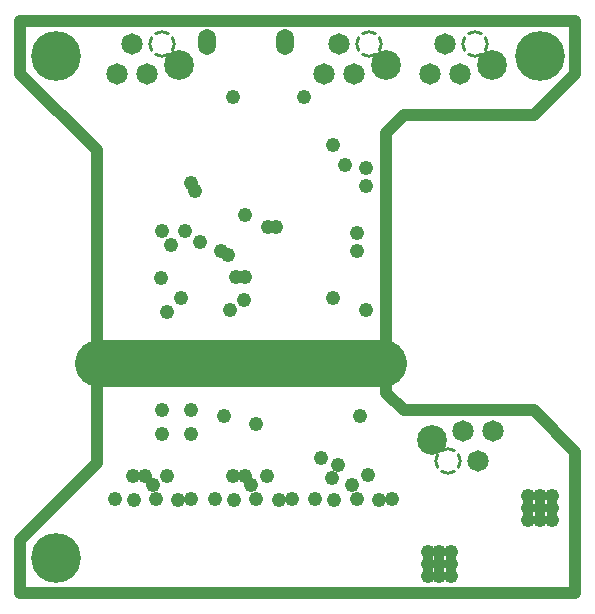
<source format=gbr>
%TF.GenerationSoftware,Altium Limited,Altium Designer,22.9.1 (49)*%
G04 Layer_Physical_Order=3*
G04 Layer_Color=128*
%FSLAX45Y45*%
%MOMM*%
%TF.SameCoordinates,1FC91EB1-9634-4345-979C-C496A52DE46E*%
%TF.FilePolarity,Negative*%
%TF.FileFunction,Copper,L3,Inr,Plane*%
%TF.Part,Single*%
G01*
G75*
%TA.AperFunction,NonConductor*%
%ADD40C,4.00000*%
%ADD41C,1.01600*%
%TA.AperFunction,ComponentPad*%
G04:AMPARAMS|DCode=42|XSize=2.324mm|YSize=2.324mm|CornerRadius=0mm|HoleSize=0mm|Usage=FLASHONLY|Rotation=0.000|XOffset=0mm|YOffset=0mm|HoleType=Round|Shape=Relief|Width=0.254mm|Gap=0.254mm|Entries=4|*
%AMTHD42*
7,0,0,2.32400,1.81600,0.25400,45*
%
%ADD42THD42*%
%ADD43C,1.81600*%
%ADD44C,2.51600*%
%ADD45O,1.51600X2.21600*%
%TA.AperFunction,ViaPad*%
%ADD46C,4.21600*%
%ADD47C,1.21600*%
D40*
X1460000Y2650000D02*
X3870000Y2650000D01*
D41*
X1450000Y1800000D02*
X1450000Y4450000D01*
X800000Y1150000D02*
X1450000Y1800000D01*
X800000Y700000D02*
X800000Y1150000D01*
X800000Y700000D02*
X5500000Y700000D01*
X5500000Y1900000D01*
X4050000Y2250000D02*
X5150000Y2250000D01*
X3900000Y2400000D02*
X4050000Y2250000D01*
X3900000Y2400000D02*
X3900000Y4600000D01*
X4050000Y4750000D01*
X5150000Y4750000D01*
X5150000Y2250000D02*
X5500000Y1900000D01*
X5150000Y4750000D02*
X5500000Y5100000D01*
X5500000Y5550000D01*
X800000Y5550000D02*
X5500000Y5550000D01*
X800000Y5100000D02*
X800000Y5550000D01*
X800000Y5100000D02*
X1450000Y4450000D01*
D42*
X4423000Y1821000D02*
D03*
X2004000Y5350000D02*
D03*
X3754000Y5350000D02*
D03*
X4654000Y5350000D02*
D03*
D43*
X4550000Y2075000D02*
D03*
X4677000Y1821000D02*
D03*
X4804000Y2075000D02*
D03*
X1877000Y5096000D02*
D03*
X1750000Y5350000D02*
D03*
X1623000Y5096000D02*
D03*
X3627000Y5096000D02*
D03*
X3500000Y5350000D02*
D03*
X3373000Y5096000D02*
D03*
X4527000Y5096000D02*
D03*
X4400000Y5350000D02*
D03*
X4273000Y5096000D02*
D03*
D44*
X4283000Y2001000D02*
D03*
X2144000Y5170000D02*
D03*
X3894000Y5170000D02*
D03*
X4794000Y5170000D02*
D03*
D45*
X2379370Y5367360D02*
D03*
X3039370Y5367360D02*
D03*
D46*
X1100000Y5250000D02*
D03*
X1100000Y1000000D02*
D03*
X5200000Y5250000D02*
D03*
D47*
X3655200Y3750000D02*
D03*
X2577470Y3100000D02*
D03*
X3727470Y3100000D02*
D03*
X5100000Y1325000D02*
D03*
X5100000Y1525000D02*
D03*
X5300000Y1325000D02*
D03*
X5300000Y1525000D02*
D03*
X5200000Y1425000D02*
D03*
X5100000Y1425000D02*
D03*
X5300000Y1425000D02*
D03*
X5200000Y1525000D02*
D03*
X5200000Y1325000D02*
D03*
X2700000Y3900000D02*
D03*
X2965000Y3800000D02*
D03*
X3610000Y1617500D02*
D03*
X2450000Y1500000D02*
D03*
X3300000Y1500000D02*
D03*
X4350000Y850000D02*
D03*
X4250000Y850000D02*
D03*
X4250000Y950000D02*
D03*
X4350000Y950000D02*
D03*
X4450000Y850000D02*
D03*
X4450000Y950000D02*
D03*
X4250000Y1050000D02*
D03*
X4450000Y1050000D02*
D03*
X4350000Y1050000D02*
D03*
X1760000Y1490000D02*
D03*
X2610000Y1490000D02*
D03*
X3460000Y1490000D02*
D03*
X1600000Y1500000D02*
D03*
X1950000Y1500000D02*
D03*
X2250000Y1500000D02*
D03*
X2800000Y1500000D02*
D03*
X3100000Y1500000D02*
D03*
X3650000Y1500000D02*
D03*
X3950000Y1500000D02*
D03*
X3840000Y1490000D02*
D03*
X2990000Y1490000D02*
D03*
X2140000Y1490000D02*
D03*
X1925000Y1617500D02*
D03*
X2750000Y1617500D02*
D03*
X2691546Y3184050D02*
D03*
X2164310Y3200000D02*
D03*
X1990000Y3370000D02*
D03*
X2040000Y3080000D02*
D03*
X2325000Y3675000D02*
D03*
X2700000Y3375000D02*
D03*
X2625000Y3375000D02*
D03*
X1857500Y1697370D02*
D03*
X2042500Y1697370D02*
D03*
X2250000Y4175000D02*
D03*
X3550000Y4325000D02*
D03*
X3440830Y1678860D02*
D03*
X3742500Y1702370D02*
D03*
X2892500Y1697370D02*
D03*
X2707500Y1697370D02*
D03*
X2604475Y1691352D02*
D03*
X1754475Y1691352D02*
D03*
X3491860Y1783130D02*
D03*
X2800000Y2136370D02*
D03*
X2000000Y2050000D02*
D03*
X3350000Y1850000D02*
D03*
X2000000Y2250000D02*
D03*
X2250000Y2050000D02*
D03*
X2250000Y2250000D02*
D03*
X2525000Y2200000D02*
D03*
X3677470Y2200000D02*
D03*
X3655200Y3600000D02*
D03*
X3725000Y4145060D02*
D03*
X2900000Y3800000D02*
D03*
X3450000Y3200000D02*
D03*
X2556785Y3568183D02*
D03*
X2500105Y3600000D02*
D03*
X2281427Y4103432D02*
D03*
X2080010Y3650000D02*
D03*
X2192708Y3766500D02*
D03*
X1998486Y3766375D02*
D03*
X2600000Y4900000D02*
D03*
X3200000Y4900000D02*
D03*
X3725000Y4300000D02*
D03*
X3450000Y4500000D02*
D03*
%TF.MD5,5ae3d663470589f010a26ca775ea2c6e*%
M02*

</source>
